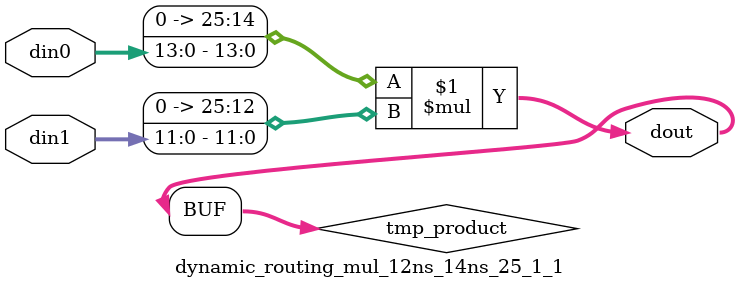
<source format=v>

`timescale 1 ns / 1 ps

 module dynamic_routing_mul_12ns_14ns_25_1_1(din0, din1, dout);
parameter ID = 1;
parameter NUM_STAGE = 0;
parameter din0_WIDTH = 14;
parameter din1_WIDTH = 12;
parameter dout_WIDTH = 26;

input [din0_WIDTH - 1 : 0] din0; 
input [din1_WIDTH - 1 : 0] din1; 
output [dout_WIDTH - 1 : 0] dout;

wire signed [dout_WIDTH - 1 : 0] tmp_product;
























assign tmp_product = $signed({1'b0, din0}) * $signed({1'b0, din1});











assign dout = tmp_product;





















endmodule

</source>
